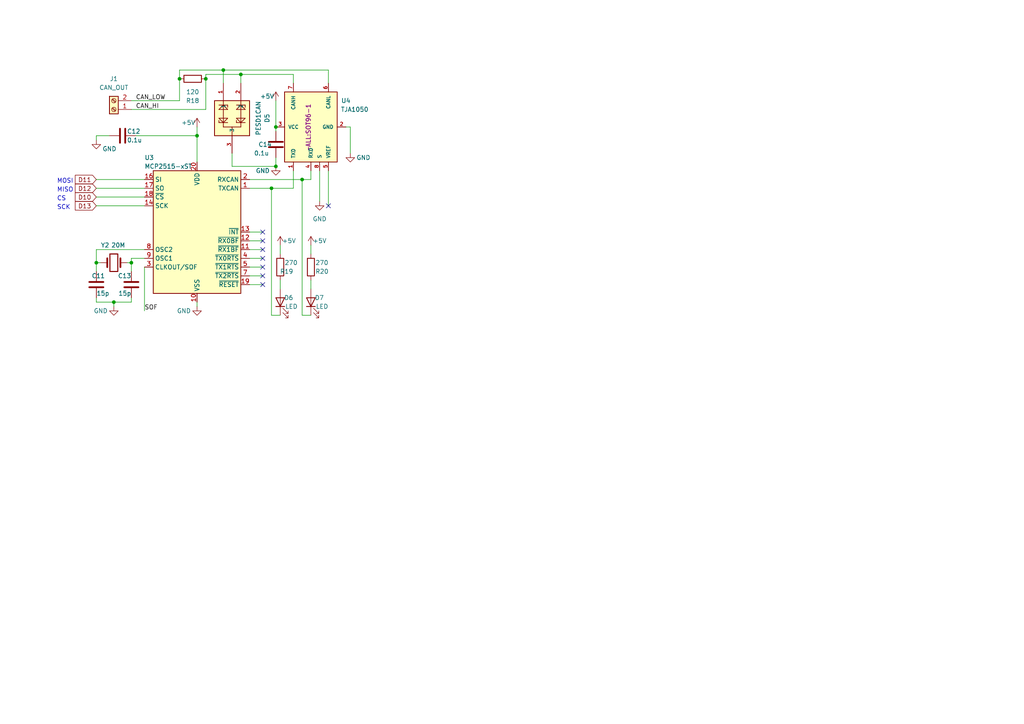
<source format=kicad_sch>
(kicad_sch (version 20230121) (generator eeschema)
  (paper "A4")
  (lib_symbols
    (symbol "Connector:Screw_Terminal_01x02" (pin_names (offset 1.016) hide)
      (property "Reference" "J" (at 0 2.54 0))
      (property "Value" "Screw_Terminal_01x02" (at 0 -5.08 0))
      (symbol "Screw_Terminal_01x02_1_1"
        (rectangle (start -1.27 1.27) (end 1.27 -3.81) (stroke (width 0.254)) (fill (type background)))
        (circle (center 0 -2.54) (radius 0.635) (stroke (width 0.1524)))
        (polyline (pts (xy -0.5334 -2.2098) (xy 0.3302 -3.048)) (stroke (width 0.1524)))
        (polyline (pts (xy -0.5334 0.3302) (xy 0.3302 -0.508)) (stroke (width 0.1524)))
        (polyline (pts (xy -0.3556 -2.032) (xy 0.508 -2.8702)) (stroke (width 0.1524)))
        (polyline (pts (xy -0.3556 0.508) (xy 0.508 -0.3302)) (stroke (width 0.1524)))
        (circle (center 0 0) (radius 0.635) (stroke (width 0.1524)))
        (pin passive line (at -5.08 0 0) (length 3.81) (name "Pin_1") (number "1"))
        (pin passive line (at -5.08 -2.54 0) (length 3.81) (name "Pin_2") (number "2"))
      )
    )
    (symbol "Device:C" (pin_numbers hide) (pin_names (offset 0.254))
      (property "Reference" "C" (at 0.635 2.54 0))
      (property "Value" "C" (at 0.635 -2.54 0))
      (symbol "C_0_1"
        (polyline (pts (xy -2.032 -0.762) (xy 2.032 -0.762)) (stroke (width 0.508)))
        (polyline (pts (xy -2.032 0.762) (xy 2.032 0.762)) (stroke (width 0.508)))
      )
      (symbol "C_1_1"
        (pin passive line (at 0 3.81 270) (length 2.794) (name "~") (number "1"))
        (pin passive line (at 0 -3.81 90) (length 2.794) (name "~") (number "2"))
      )
    )
    (symbol "Device:Crystal" (pin_numbers hide) (pin_names (offset 1.016) hide)
      (property "Reference" "Y" (at 0 3.81 0))
      (property "Value" "Crystal" (at 0 -3.81 0))
      (symbol "Crystal_0_1"
        (rectangle (start -1.143 2.54) (end 1.143 -2.54) (stroke (width 0.3048)))
        (polyline (pts (xy -2.54 0) (xy -1.905 0)))
        (polyline (pts (xy -1.905 -1.27) (xy -1.905 1.27)) (stroke (width 0.508)))
        (polyline (pts (xy 1.905 -1.27) (xy 1.905 1.27)) (stroke (width 0.508)))
        (polyline (pts (xy 2.54 0) (xy 1.905 0)))
      )
      (symbol "Crystal_1_1"
        (pin passive line (at -3.81 0 0) (length 1.27) (name "1") (number "1"))
        (pin passive line (at 3.81 0 180) (length 1.27) (name "2") (number "2"))
      )
    )
    (symbol "Device:LED" (pin_numbers hide) (pin_names (offset 1.016) hide)
      (property "Reference" "D" (at 0 2.54 0))
      (property "Value" "LED" (at 0 -2.54 0))
      (symbol "LED_0_1"
        (polyline (pts (xy -1.27 -1.27) (xy -1.27 1.27)) (stroke (width 0.254)))
        (polyline (pts (xy -1.27 0) (xy 1.27 0)))
        (polyline (pts (xy 1.27 -1.27) (xy 1.27 1.27) (xy -1.27 0) (xy 1.27 -1.27)) (stroke (width 0.254)))
        (polyline (pts (xy -3.048 -0.762) (xy -4.572 -2.286) (xy -3.81 -2.286) (xy -4.572 -2.286) (xy -4.572 -1.524)))
        (polyline (pts (xy -1.778 -0.762) (xy -3.302 -2.286) (xy -2.54 -2.286) (xy -3.302 -2.286) (xy -3.302 -1.524)))
      )
      (symbol "LED_1_1"
        (pin passive line (at -3.81 0 0) (length 2.54) (name "K") (number "1"))
        (pin passive line (at 3.81 0 180) (length 2.54) (name "A") (number "2"))
      )
    )
    (symbol "Device:R" (pin_numbers hide) (pin_names (offset 0))
      (property "Reference" "R" (at 2.032 0 90))
      (property "Value" "R" (at 0 0 90))
      (symbol "R_0_1"
        (rectangle (start -1.016 -2.54) (end 1.016 2.54) (stroke (width 0.254)))
      )
      (symbol "R_1_1"
        (pin passive line (at 0 3.81 270) (length 1.27) (name "~") (number "1"))
        (pin passive line (at 0 -3.81 90) (length 1.27) (name "~") (number "2"))
      )
    )
    (symbol "Interface_CAN_LIN:MCP2515-xST"
      (property "Reference" "U" (at -10.16 19.685 0))
      (property "Value" "MCP2515-xST" (at 19.05 20.32 0))
      (symbol "MCP2515-xST_0_1"
        (rectangle (start -12.7 17.78) (end 12.7 -17.78) (stroke (width 0.254)) (fill (type background)))
      )
      (symbol "MCP2515-xST_1_1"
        (pin output line (at 15.24 12.7 180) (length 2.54) (name "TXCAN") (number "1"))
        (pin power_in line (at 0 -20.32 90) (length 2.54) (name "VSS") (number "10"))
        (pin output line (at 15.24 -5.08 180) (length 2.54) (name "~{RX1BF}") (number "11"))
        (pin output line (at 15.24 -2.54 180) (length 2.54) (name "~{RX0BF}") (number "12"))
        (pin output line (at 15.24 0 180) (length 2.54) (name "~{INT}") (number "13"))
        (pin input line (at -15.24 7.62 0) (length 2.54) (name "SCK") (number "14"))
        (pin no_connect line (at -12.7 -2.54 0) (length 2.54) hide (name "NC") (number "15"))
        (pin input line (at -15.24 15.24 0) (length 2.54) (name "SI") (number "16"))
        (pin output line (at -15.24 12.7 0) (length 2.54) (name "SO") (number "17"))
        (pin input line (at -15.24 10.16 0) (length 2.54) (name "~{CS}") (number "18"))
        (pin input line (at 15.24 -15.24 180) (length 2.54) (name "~{RESET}") (number "19"))
        (pin input line (at 15.24 15.24 180) (length 2.54) (name "RXCAN") (number "2"))
        (pin power_in line (at 0 20.32 270) (length 2.54) (name "VDD") (number "20"))
        (pin output line (at -15.24 -10.16 0) (length 2.54) (name "CLKOUT/SOF") (number "3"))
        (pin input line (at 15.24 -7.62 180) (length 2.54) (name "~{TX0RTS}") (number "4"))
        (pin input line (at 15.24 -10.16 180) (length 2.54) (name "~{TX1RTS}") (number "5"))
        (pin no_connect line (at -12.7 0 0) (length 2.54) hide (name "NC") (number "6"))
        (pin input line (at 15.24 -12.7 180) (length 2.54) (name "~{TX2RTS}") (number "7"))
        (pin output line (at -15.24 -5.08 0) (length 2.54) (name "OSC2") (number "8"))
        (pin input line (at -15.24 -7.62 0) (length 2.54) (name "OSC1") (number "9"))
      )
    )
    (symbol "PESD1CAN:PESD1CAN" (pin_names (offset 1.016))
      (property "Reference" "D" (at 0 11.4366 0))
      (property "Value" "PESD1CAN" (at 0 -2.542 0))
      (symbol "PESD1CAN_0_0"
        (polyline (pts (xy 0 2.54) (xy 1.27 2.54)) (stroke (width 0.2032)))
        (polyline (pts (xy 0 7.62) (xy 1.27 7.62)) (stroke (width 0.2032)))
        (polyline (pts (xy 1.27 1.27) (xy 1.905 1.27)) (stroke (width 0.2032)))
        (polyline (pts (xy 1.27 2.54) (xy 1.27 1.27)) (stroke (width 0.2032)))
        (polyline (pts (xy 1.27 2.54) (xy 2.54 3.81)) (stroke (width 0.2032)))
        (polyline (pts (xy 1.27 2.54) (xy 6.35 2.54)) (stroke (width 0.2032)))
        (polyline (pts (xy 1.27 3.81) (xy 1.27 2.54)) (stroke (width 0.2032)))
        (polyline (pts (xy 1.27 6.35) (xy 1.905 6.35)) (stroke (width 0.2032)))
        (polyline (pts (xy 1.27 7.62) (xy 1.27 6.35)) (stroke (width 0.2032)))
        (polyline (pts (xy 1.27 7.62) (xy 2.54 8.89)) (stroke (width 0.2032)))
        (polyline (pts (xy 1.27 7.62) (xy 6.35 7.62)) (stroke (width 0.2032)))
        (polyline (pts (xy 1.27 8.89) (xy 1.27 7.62)) (stroke (width 0.2032)))
        (polyline (pts (xy 2.54 1.27) (xy 1.27 2.54)) (stroke (width 0.2032)))
        (polyline (pts (xy 2.54 3.81) (xy 2.54 1.27)) (stroke (width 0.2032)))
        (polyline (pts (xy 2.54 6.35) (xy 1.27 7.62)) (stroke (width 0.2032)))
        (polyline (pts (xy 2.54 8.89) (xy 2.54 6.35)) (stroke (width 0.2032)))
        (polyline (pts (xy 5.08 1.27) (xy 6.35 2.54)) (stroke (width 0.2032)))
        (polyline (pts (xy 5.08 3.81) (xy 5.08 1.27)) (stroke (width 0.2032)))
        (polyline (pts (xy 5.08 6.35) (xy 6.35 7.62)) (stroke (width 0.2032)))
        (polyline (pts (xy 5.08 8.89) (xy 5.08 6.35)) (stroke (width 0.2032)))
        (polyline (pts (xy 6.35 1.27) (xy 6.35 2.54)) (stroke (width 0.2032)))
        (polyline (pts (xy 6.35 2.54) (xy 5.08 3.81)) (stroke (width 0.2032)))
        (polyline (pts (xy 6.35 2.54) (xy 6.35 3.81)) (stroke (width 0.2032)))
        (polyline (pts (xy 6.35 2.54) (xy 7.62 2.54)) (stroke (width 0.2032)))
        (polyline (pts (xy 6.35 3.81) (xy 5.715 3.81)) (stroke (width 0.2032)))
        (polyline (pts (xy 6.35 6.35) (xy 6.35 7.62)) (stroke (width 0.2032)))
        (polyline (pts (xy 6.35 7.62) (xy 5.08 8.89)) (stroke (width 0.2032)))
        (polyline (pts (xy 6.35 7.62) (xy 6.35 8.89)) (stroke (width 0.2032)))
        (polyline (pts (xy 6.35 7.62) (xy 7.62 7.62)) (stroke (width 0.2032)))
        (polyline (pts (xy 6.35 8.89) (xy 5.715 8.89)) (stroke (width 0.2032)))
        (polyline (pts (xy 7.62 5.08) (xy 7.62 2.54)) (stroke (width 0.2032)))
        (polyline (pts (xy 7.62 5.08) (xy 10.16 5.08)) (stroke (width 0.2032)))
        (polyline (pts (xy 7.62 7.62) (xy 7.62 5.08)) (stroke (width 0.2032)))
        (rectangle (start 0 0) (end 10.16 10.16) (stroke (width 0.254)) (fill (type background)))
        (pin bidirectional line (at -5.08 7.62 0) (length 5.08) (name "1") (number "1"))
        (pin bidirectional line (at -5.08 2.54 0) (length 5.08) (name "2") (number "2"))
        (pin bidirectional line (at 15.24 5.08 180) (length 5.08) (name "3") (number "3"))
      )
    )
    (symbol "TJA1050:TJA1050" (pin_names (offset 1.016))
      (property "Reference" "U" (at -10.16 10.16 0))
      (property "Value" "TJA1050" (at -10.16 -10.16 0))
      (symbol "TJA1050_0_0"
        (rectangle (start -10.16 -7.62) (end 10.16 7.62) (stroke (width 0.254)) (fill (type background)))
        (pin output line (at -12.7 5.08 0) (length 2.54) (name "TXD") (number "1"))
        (pin bidirectional line (at 0 -10.16 90) (length 2.54) (name "GND") (number "2"))
        (pin bidirectional line (at 0 10.16 270) (length 2.54) (name "VCC") (number "3"))
        (pin bidirectional line (at -12.7 0 0) (length 2.54) (name "RXD") (number "4"))
        (pin passive line (at -12.7 -5.08 0) (length 2.54) (name "VREF") (number "5"))
        (pin bidirectional line (at 12.7 -5.08 180) (length 2.54) (name "CANL") (number "6"))
        (pin bidirectional line (at 12.7 5.08 180) (length 2.54) (name "CANH") (number "7"))
        (pin power_in line (at -12.7 -2.54 0) (length 2.54) (name "S") (number "8"))
      )
    )
    (symbol "power:+5V" (power) (pin_names (offset 0))
      (property "Value" "+5V" (at 0 3.556 0))
      (symbol "+5V_0_1"
        (polyline (pts (xy -0.762 1.27) (xy 0 2.54)))
        (polyline (pts (xy 0 0) (xy 0 2.54)))
        (polyline (pts (xy 0 2.54) (xy 0.762 1.27)))
      )
      (symbol "+5V_1_1"
        (pin power_in line (at 0 0 90) (length 0) hide (name "+5V") (number "1"))
      )
    )
    (symbol "power:GND" (power) (pin_names (offset 0))
      (property "Value" "GND" (at 0 -3.81 0))
      (symbol "GND_0_1"
        (polyline (pts (xy 0 0) (xy 0 -1.27) (xy 1.27 -1.27) (xy 0 -2.54) (xy -1.27 -1.27) (xy 0 -1.27)))
      )
      (symbol "GND_1_1"
        (pin power_in line (at 0 0 270) (length 0) hide (name "GND") (number "1"))
      )
    )
  )
  (junction (at 38.1 76.2))
  (junction (at 57.15 39.37))
  (junction (at 80.01 36.83))
  (junction (at 52.07 22.86))
  (junction (at 33.02 87.63))
  (junction (at 59.69 22.86))
  (junction (at 80.01 48.26))
  (junction (at 87.63 52.07))
  (junction (at 64.77 20.32))
  (junction (at 27.94 76.2))
  (junction (at 69.85 21.59))
  (junction (at 78.74 54.61))
  (no_connect (at 95.25 59.69))
  (no_connect (at 76.2 77.47))
  (no_connect (at 76.2 69.85))
  (no_connect (at 76.2 74.93))
  (no_connect (at 76.2 80.01))
  (no_connect (at 76.2 72.39))
  (no_connect (at 76.2 67.31))
  (no_connect (at 76.2 82.55))
  (wire (pts (xy 27.94 39.37) (xy 27.94 40.64)))
  (wire (pts (xy 38.1 76.2) (xy 38.1 78.74)))
  (wire (pts (xy 81.28 81.28) (xy 81.28 83.82)))
  (wire (pts (xy 59.69 21.59) (xy 59.69 22.86)))
  (wire (pts (xy 80.01 29.21) (xy 80.01 36.83)))
  (wire (pts (xy 38.1 87.63) (xy 38.1 86.36)))
  (wire (pts (xy 27.94 39.37) (xy 31.75 39.37)))
  (wire (pts (xy 33.02 87.63) (xy 38.1 87.63)))
  (wire (pts (xy 72.39 74.93) (xy 76.2 74.93)))
  (wire (pts (xy 59.69 31.75) (xy 38.1 31.75)))
  (wire (pts (xy 57.15 87.63) (xy 57.15 88.9)))
  (wire (pts (xy 90.17 52.07) (xy 90.17 49.53)))
  (wire (pts (xy 87.63 52.07) (xy 87.63 91.44)))
  (wire (pts (xy 67.31 48.26) (xy 80.01 48.26)))
  (wire (pts (xy 59.69 22.86) (xy 59.69 31.75)))
  (wire (pts (xy 81.28 71.12) (xy 81.28 73.66)))
  (wire (pts (xy 85.09 54.61) (xy 85.09 49.53)))
  (wire (pts (xy 85.09 24.13) (xy 85.09 21.59)))
  (wire (pts (xy 52.07 22.86) (xy 52.07 29.21)))
  (wire (pts (xy 36.83 76.2) (xy 38.1 76.2)))
  (wire (pts (xy 81.28 91.44) (xy 78.74 91.44)))
  (wire (pts (xy 52.07 20.32) (xy 52.07 22.86)))
  (wire (pts (xy 27.94 59.69) (xy 41.91 59.69)))
  (wire (pts (xy 90.17 71.12) (xy 90.17 73.66)))
  (wire (pts (xy 72.39 52.07) (xy 87.63 52.07)))
  (wire (pts (xy 69.85 21.59) (xy 69.85 24.13)))
  (wire (pts (xy 72.39 69.85) (xy 76.2 69.85)))
  (wire (pts (xy 101.6 36.83) (xy 101.6 44.45)))
  (wire (pts (xy 90.17 91.44) (xy 87.63 91.44)))
  (wire (pts (xy 72.39 82.55) (xy 76.2 82.55)))
  (wire (pts (xy 90.17 81.28) (xy 90.17 83.82)))
  (wire (pts (xy 67.31 48.26) (xy 67.31 44.45)))
  (wire (pts (xy 27.94 76.2) (xy 27.94 78.74)))
  (wire (pts (xy 72.39 80.01) (xy 76.2 80.01)))
  (wire (pts (xy 64.77 20.32) (xy 64.77 24.13)))
  (wire (pts (xy 38.1 29.21) (xy 52.07 29.21)))
  (wire (pts (xy 27.94 86.36) (xy 27.94 87.63)))
  (wire (pts (xy 57.15 39.37) (xy 57.15 46.99)))
  (wire (pts (xy 41.91 74.93) (xy 38.1 74.93)))
  (wire (pts (xy 87.63 52.07) (xy 90.17 52.07)))
  (wire (pts (xy 78.74 91.44) (xy 78.74 54.61)))
  (wire (pts (xy 95.25 49.53) (xy 95.25 59.69)))
  (wire (pts (xy 29.21 76.2) (xy 27.94 76.2)))
  (wire (pts (xy 59.69 21.59) (xy 69.85 21.59)))
  (wire (pts (xy 100.33 36.83) (xy 101.6 36.83)))
  (wire (pts (xy 39.37 39.37) (xy 57.15 39.37)))
  (wire (pts (xy 52.07 20.32) (xy 64.77 20.32)))
  (wire (pts (xy 80.01 45.72) (xy 80.01 48.26)))
  (wire (pts (xy 78.74 54.61) (xy 85.09 54.61)))
  (wire (pts (xy 27.94 54.61) (xy 41.91 54.61)))
  (wire (pts (xy 27.94 52.07) (xy 41.91 52.07)))
  (wire (pts (xy 27.94 87.63) (xy 33.02 87.63)))
  (wire (pts (xy 38.1 76.2) (xy 38.1 74.93)))
  (wire (pts (xy 64.77 20.32) (xy 95.25 20.32)))
  (wire (pts (xy 57.15 36.83) (xy 57.15 39.37)))
  (wire (pts (xy 27.94 72.39) (xy 27.94 76.2)))
  (wire (pts (xy 69.85 21.59) (xy 85.09 21.59)))
  (wire (pts (xy 72.39 67.31) (xy 76.2 67.31)))
  (wire (pts (xy 72.39 54.61) (xy 78.74 54.61)))
  (wire (pts (xy 41.91 77.47) (xy 41.91 90.17)))
  (wire (pts (xy 72.39 72.39) (xy 76.2 72.39)))
  (wire (pts (xy 95.25 24.13) (xy 95.25 20.32)))
  (wire (pts (xy 41.91 72.39) (xy 27.94 72.39)))
  (wire (pts (xy 72.39 77.47) (xy 76.2 77.47)))
  (wire (pts (xy 92.71 49.53) (xy 92.71 58.42)))
  (wire (pts (xy 80.01 36.83) (xy 80.01 38.1)))
  (wire (pts (xy 27.94 57.15) (xy 41.91 57.15)))
  (wire (pts (xy 33.02 87.63) (xy 33.02 88.9)))
  (text "MOSI" (at 16.51 53.34 0) (effects (font (size 1.27 1.27)) (justify left bottom)))
  (text "MISO\n" (at 16.51 55.88 0) (effects (font (size 1.27 1.27)) (justify left bottom)))
  (text "SCK\n" (at 16.51 60.96 0) (effects (font (size 1.27 1.27)) (justify left bottom)))
  (text "CS" (at 16.51 58.42 0) (effects (font (size 1.27 1.27)) (justify left bottom)))
  (label "CAN_LOW" (at 39.37 29.21 0))
  (label "SOF" (at 41.91 90.17 0))
  (label "CAN_HI" (at 39.37 31.75 0))
  (global_label "D11" (shape input) (at 27.94 52.07 180) (property "Intersheetrefs" "${INTERSHEET_REFS}" (effects hide)))
  (global_label "D12" (shape input) (at 27.94 54.61 180) (property "Intersheetrefs" "${INTERSHEET_REFS}" (effects hide)))
  (global_label "D13" (shape input) (at 27.94 59.69 180) (property "Intersheetrefs" "${INTERSHEET_REFS}" (effects hide)))
  (global_label "D10" (shape input) (at 27.94 57.15 180) (property "Intersheetrefs" "${INTERSHEET_REFS}" (effects hide)))
  (symbol (lib_id "power:GND") (at 92.71 58.42 0) (unit 1)
    (property "Reference" "#PWR043" (effects hide))
    (property "Value" "GND" (at 92.71 63.5 0))
    (instances (project "central_hub" (path "" (reference "#PWR043") (unit 1))) (project "motor_board_pcb" (path "" (reference "#PWR?") (unit 1)) (path "" (reference "#PWR039") (unit 1))))
  )
  (symbol (lib_id "TJA1050:TJA1050") (at 90.17 36.83 90) (unit 1)
    (property "Reference" "U4" (at 100.33 29.21 90))
    (property "Value" "TJA1050" (at 102.87 31.75 90))
    (property "Footprint" "~ALL:SOT96-1" (at 90.17 36.83 0) (effects (justify bottom)))
    (property "MF" "NXP Semiconductors" (effects hide))
    (property "Description" "\nCAN 1MBd Silent 5V Automotive 8-Pin SO T/R\n" (effects hide))
    (property "Package" "None" (effects hide))
    (property "Price" "None" (effects hide))
    (property "SnapEDA_Link" "https://www.snapeda.com/parts/TJA1050/NXP+Semiconductors/view-part/?ref=snap" (effects hide))
    (property "MP" "TJA1050" (effects hide))
    (property "Availability" "Not in stock" (effects hide))
    (property "Check_prices" "https://www.snapeda.com/parts/TJA1050/NXP+Semiconductors/view-part/?ref=eda" (effects hide))
    (instances (project "central_hub" (path "" (reference "U4") (unit 1))) (project "motor_board_pcb" (path "" (reference "U?") (unit 1)) (path "" (reference "U3") (unit 1))))
  )
  (symbol (lib_id "Device:LED") (at 90.17 87.63 90) (unit 1)
    (property "Reference" "D7" (at 93.98 86.36 90) (effects (justify left)))
    (property "Value" "LED" (at 95.25 88.9 90) (effects (justify left)))
    (property "Footprint" "LED_SMD:LED_1206_3216Metric" (effects hide))
    (instances (project "central_hub" (path "" (reference "D7") (unit 1))) (project "motor_board_pcb" (path "" (reference "D?") (unit 1)) (path "" (reference "D7") (unit 1))))
  )
  (symbol (lib_id "power:GND") (at 27.94 40.64 0) (unit 1)
    (property "Reference" "#PWR035" (effects hide))
    (property "Value" "GND" (at 31.75 43.18 0))
    (instances (project "central_hub" (path "" (reference "#PWR035") (unit 1))) (project "motor_board_pcb" (path "" (reference "#PWR?") (unit 1)) (path "" (reference "#PWR031") (unit 1))))
  )
  (symbol (lib_id "Device:C") (at 38.1 82.55 180) (unit 1)
    (property "Reference" "C13" (at 38.1 80.01 0) (effects (justify left)))
    (property "Value" "15p" (at 38.1 85.09 0) (effects (justify left)))
    (property "Footprint" "Capacitor_SMD:C_0603_1608Metric" (effects hide))
    (instances (project "central_hub" (path "" (reference "C13") (unit 1))) (project "motor_board_pcb" (path "" (reference "C?") (unit 1)) (path "" (reference "C13") (unit 1))))
  )
  (symbol (lib_id "Device:C") (at 35.56 39.37 270) (unit 1)
    (property "Reference" "C12" (at 36.83 38.1 90) (effects (justify left)))
    (property "Value" "0.1u" (at 36.83 40.64 90) (effects (justify left)))
    (property "Footprint" "Capacitor_SMD:C_0603_1608Metric" (effects hide))
    (instances (project "central_hub" (path "" (reference "C12") (unit 1))) (project "motor_board_pcb" (path "" (reference "C?") (unit 1)) (path "" (reference "C12") (unit 1))))
  )
  (symbol (lib_id "Device:C") (at 80.01 41.91 0) (unit 1)
    (property "Reference" "C14" (at 74.93 41.91 0) (effects (justify left)))
    (property "Value" "0.1u" (at 73.66 44.45 0) (effects (justify left)))
    (property "Footprint" "Capacitor_SMD:C_0603_1608Metric" (effects hide))
    (instances (project "central_hub" (path "" (reference "C14") (unit 1))) (project "motor_board_pcb" (path "" (reference "C?") (unit 1)) (path "" (reference "C14") (unit 1))))
  )
  (symbol (lib_id "Device:C") (at 27.94 82.55 180) (unit 1)
    (property "Reference" "C11" (at 30.48 80.01 0) (effects (justify left)))
    (property "Value" "15p" (at 31.75 85.09 0) (effects (justify left)))
    (property "Footprint" "Capacitor_SMD:C_0603_1608Metric" (effects hide))
    (instances (project "central_hub" (path "" (reference "C11") (unit 1))) (project "motor_board_pcb" (path "" (reference "C?") (unit 1)) (path "" (reference "C11") (unit 1))))
  )
  (symbol (lib_id "power:+5V") (at 90.17 71.12 0) (mirror y) (unit 1)
    (property "Reference" "#PWR042" (effects hide))
    (property "Value" "+5V" (at 92.71 69.85 0))
    (instances (project "central_hub" (path "" (reference "#PWR042") (unit 1))) (project "motor_board_pcb" (path "" (reference "#PWR?") (unit 1)) (path "" (reference "#PWR038") (unit 1))))
  )
  (symbol (lib_id "power:+5V") (at 57.15 36.83 0) (unit 1)
    (property "Reference" "#PWR037" (effects hide))
    (property "Value" "+5V" (at 54.61 35.56 0))
    (instances (project "central_hub" (path "" (reference "#PWR037") (unit 1))) (project "motor_board_pcb" (path "" (reference "#PWR?") (unit 1)) (path "" (reference "#PWR033") (unit 1))))
  )
  (symbol (lib_id "power:GND") (at 80.01 48.26 0) (unit 1)
    (property "Reference" "#PWR040" (effects hide))
    (property "Value" "GND" (at 76.2 49.53 0))
    (instances (project "central_hub" (path "" (reference "#PWR040") (unit 1))) (project "motor_board_pcb" (path "" (reference "#PWR?") (unit 1)) (path "" (reference "#PWR036") (unit 1))))
  )
  (symbol (lib_id "Connector:Screw_Terminal_01x02") (at 33.02 31.75 180) (unit 1)
    (property "Reference" "J1" (at 33.02 22.86 0))
    (property "Value" "CAN_OUT" (at 33.02 25.4 0))
    (property "Footprint" "Connector_PinHeader_2.54mm:PinHeader_1x02_P2.54mm_Vertical" (effects hide))
  )
  (symbol (lib_id "power:GND") (at 57.15 88.9 0) (unit 1)
    (property "Reference" "#PWR038" (effects hide))
    (property "Value" "GND" (at 53.34 90.17 0))
    (instances (project "central_hub" (path "" (reference "#PWR038") (unit 1))) (project "motor_board_pcb" (path "" (reference "#PWR?") (unit 1)) (path "" (reference "#PWR034") (unit 1))))
  )
  (symbol (lib_id "power:+5V") (at 81.28 71.12 0) (unit 1)
    (property "Reference" "#PWR041" (effects hide))
    (property "Value" "+5V" (at 83.82 69.85 0))
    (instances (project "central_hub" (path "" (reference "#PWR041") (unit 1))) (project "motor_board_pcb" (path "" (reference "#PWR?") (unit 1)) (path "" (reference "#PWR037") (unit 1))))
  )
  (symbol (lib_id "PESD1CAN:PESD1CAN") (at 72.39 29.21 90) (mirror x) (unit 1)
    (property "Reference" "D5" (at 77.47 34.29 0))
    (property "Value" "PESD1CAN" (at 74.93 34.29 0))
    (property "Footprint" "~ALL:SOT23-3" (effects hide))
    (property "SnapEDA_Link" "https://www.snapeda.com/parts/PESD1CAN/Nexperia/view-part/?ref=snap" (effects hide))
    (property "Description" "\n50V Clamp 3A (8/20µs) Ipp Tvs Diode Surface Mount SOT-323\n" (effects hide))
    (property "Package" "SOT-23-3 NXP Semiconductors" (effects hide))
    (property "PROD_ID" "DIO-12501" (effects hide))
    (property "MF" "Nexperia USA" (effects hide))
    (property "MP" "PESD1CAN" (effects hide))
    (property "Check_prices" "https://www.snapeda.com/parts/PESD1CAN/Nexperia/view-part/?ref=eda" (effects hide))
    (instances (project "central_hub" (path "" (reference "D5") (unit 1))) (project "motor_board_pcb" (path "" (reference "D?") (unit 1)) (path "" (reference "D5") (unit 1))))
  )
  (symbol (lib_id "Device:R") (at 90.17 77.47 0) (mirror y) (unit 1)
    (property "Reference" "R20" (at 91.44 78.74 0) (effects (justify right)))
    (property "Value" "270" (at 91.44 76.2 0) (effects (justify right)))
    (property "Footprint" "Resistor_SMD:R_0603_1608Metric_Pad0.98x0.95mm_HandSolder" (effects hide))
    (instances (project "central_hub" (path "" (reference "R20") (unit 1))) (project "motor_board_pcb" (path "" (reference "R?") (unit 1)) (path "" (reference "R18") (unit 1))))
  )
  (symbol (lib_id "power:+5V") (at 80.01 29.21 0) (unit 1)
    (property "Reference" "#PWR039" (effects hide))
    (property "Value" "+5V" (at 77.47 27.94 0))
    (instances (project "central_hub" (path "" (reference "#PWR039") (unit 1))) (project "motor_board_pcb" (path "" (reference "#PWR?") (unit 1)) (path "" (reference "#PWR035") (unit 1))))
  )
  (symbol (lib_id "Device:Crystal") (at 33.02 76.2 0) (mirror y) (unit 1)
    (property "Reference" "Y2" (at 30.48 71.12 0))
    (property "Value" "20M" (at 34.29 71.12 0))
    (property "Footprint" "Crystal:Crystal_HC49-U_Vertical" (effects hide))
    (instances (project "central_hub" (path "" (reference "Y2") (unit 1))) (project "motor_board_pcb" (path "" (reference "Y?") (unit 1)) (path "" (reference "Y2") (unit 1))))
  )
  (symbol (lib_id "power:GND") (at 101.6 44.45 0) (unit 1)
    (property "Reference" "#PWR044" (effects hide))
    (property "Value" "GND" (at 105.41 45.72 0))
    (instances (project "central_hub" (path "" (reference "#PWR044") (unit 1))) (project "motor_board_pcb" (path "" (reference "#PWR?") (unit 1)) (path "" (reference "#PWR040") (unit 1))))
  )
  (symbol (lib_id "Device:LED") (at 81.28 87.63 90) (unit 1)
    (property "Reference" "D6" (at 85.09 86.36 90) (effects (justify left)))
    (property "Value" "LED" (at 86.36 88.9 90) (effects (justify left)))
    (property "Footprint" "LED_SMD:LED_1206_3216Metric" (effects hide))
    (instances (project "central_hub" (path "" (reference "D6") (unit 1))) (project "motor_board_pcb" (path "" (reference "D?") (unit 1)) (path "" (reference "D6") (unit 1))))
  )
  (symbol (lib_id "Device:R") (at 81.28 77.47 0) (unit 1)
    (property "Reference" "R19" (at 85.09 78.74 0) (effects (justify right)))
    (property "Value" "270" (at 86.36 76.2 0) (effects (justify right)))
    (property "Footprint" "Resistor_SMD:R_0603_1608Metric_Pad0.98x0.95mm_HandSolder" (effects hide))
    (instances (project "central_hub" (path "" (reference "R19") (unit 1))) (project "motor_board_pcb" (path "" (reference "R?") (unit 1)) (path "" (reference "R17") (unit 1))))
  )
  (symbol (lib_id "Interface_CAN_LIN:MCP2515-xST") (at 57.15 67.31 0) (unit 1)
    (property "Reference" "U3" (at 41.91 45.72 0) (effects (justify left)))
    (property "Value" "MCP2515-xST" (at 41.91 48.26 0) (effects (justify left)))
    (property "Footprint" "Package_SO:TSSOP-20_4.4x6.5mm_P0.65mm" (effects hide))
    (property "Datasheet" "http://ww1.microchip.com/downloads/en/DeviceDoc/21801e.pdf" (effects hide))
    (instances (project "central_hub" (path "" (reference "U3") (unit 1))) (project "motor_board_pcb" (path "" (reference "U?") (unit 1)) (path "" (reference "U2") (unit 1))))
  )
  (symbol (lib_id "power:GND") (at 33.02 88.9 0) (unit 1)
    (property "Reference" "#PWR036" (effects hide))
    (property "Value" "GND" (at 29.21 90.17 0))
    (instances (project "central_hub" (path "" (reference "#PWR036") (unit 1))) (project "motor_board_pcb" (path "" (reference "#PWR?") (unit 1)) (path "" (reference "#PWR032") (unit 1))))
  )
  (symbol (lib_id "Device:R") (at 55.88 22.86 90) (mirror x) (unit 1)
    (property "Reference" "R18" (at 55.88 29.21 90))
    (property "Value" "120" (at 55.88 26.67 90))
    (property "Footprint" "Resistor_SMD:R_0603_1608Metric_Pad0.98x0.95mm_HandSolder" (effects hide))
    (instances (project "central_hub" (path "" (reference "R18") (unit 1))) (project "motor_board_pcb" (path "" (reference "R?") (unit 1)) (path "" (reference "R16") (unit 1))))
  )
)
</source>
